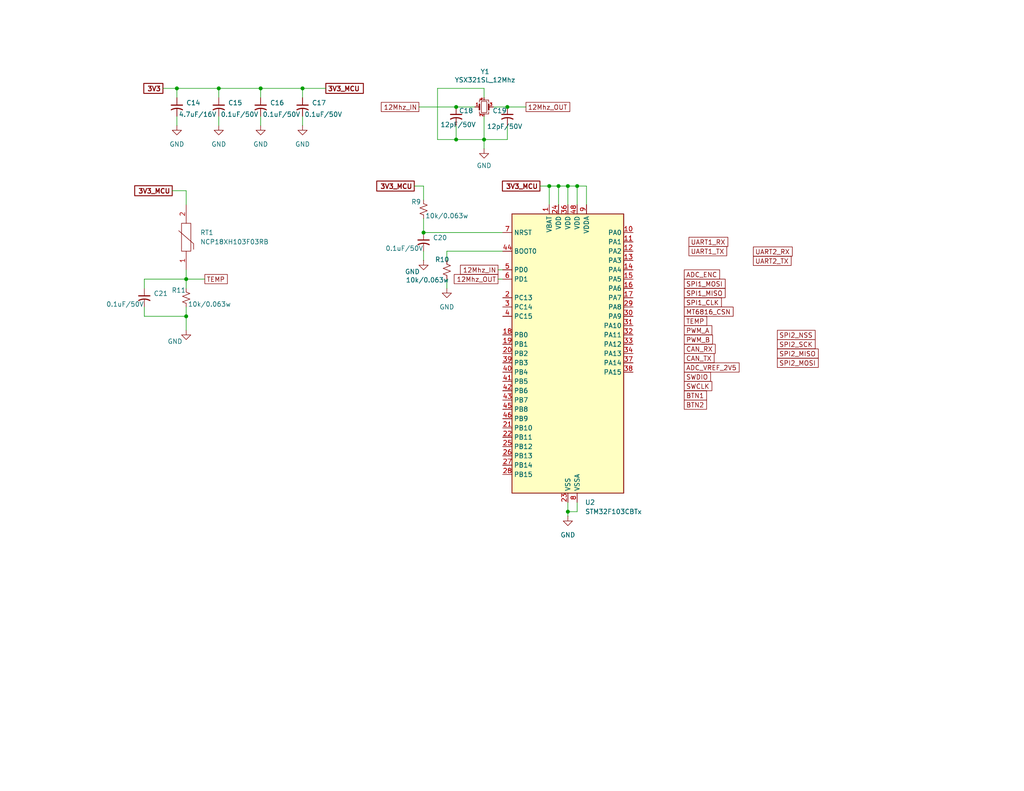
<source format=kicad_sch>
(kicad_sch (version 20250114) (generator "eeschema") (generator_version "9.0")
  (paper "A")
  (lib_symbols
    (symbol "Device:C_Small_US" (pin_numbers (hide yes)) (pin_names (offset 0.254) (hide yes))
      (property "Reference" "C" (at 0.254 1.778 0))
      (property "Value" "C_Small_US" (at 0.254 -2.032 0))
      (symbol "C_Small_US_0_1"
        (polyline (pts (xy -1.524 0.508) (xy 1.524 0.508)) (stroke (width 0.3048)))
        (arc (start -1.524 -0.762) (mid 0 -0.3734) (end 1.524 -0.762) (stroke (width 0.3048)))
      )
      (symbol "C_Small_US_1_1"
        (pin passive line (at 0 2.54 270) (length 2.032) (name "~") (number "1"))
        (pin passive line (at 0 -2.54 90) (length 2.032) (name "~") (number "2"))
      )
    )
    (symbol "Device:Crystal_GND24_Small" (pin_names (offset 1.016) (hide yes))
      (property "Reference" "Y" (at 1.27 4.445 0))
      (property "Value" "Crystal_GND24_Small" (at 1.27 2.54 0))
      (symbol "Crystal_GND24_Small_0_1"
        (polyline (pts (xy -1.27 1.27) (xy -1.27 1.905) (xy 1.27 1.905) (xy 1.27 1.27)))
        (polyline (pts (xy -1.27 -0.762) (xy -1.27 0.762)) (stroke (width 0.381)))
        (polyline (pts (xy -1.27 -1.27) (xy -1.27 -1.905) (xy 1.27 -1.905) (xy 1.27 -1.27)))
        (rectangle (start -0.762 -1.524) (end 0.762 1.524))
        (polyline (pts (xy 1.27 -0.762) (xy 1.27 0.762)) (stroke (width 0.381)))
      )
      (symbol "Crystal_GND24_Small_1_1"
        (pin passive line (at -2.54 0 0) (length 1.27) (name "1") (number "1"))
        (pin passive line (at 0 2.54 270) (length 0.635) (name "4") (number "4"))
        (pin passive line (at 0 -2.54 90) (length 0.635) (name "2") (number "2"))
        (pin passive line (at 2.54 0 180) (length 1.27) (name "3") (number "3"))
      )
    )
    (symbol "Device:R_Small_US" (pin_numbers (hide yes)) (pin_names (offset 0.254) (hide yes))
      (property "Reference" "R" (at 0.762 0.508 0))
      (property "Value" "R_Small_US" (at 0.762 -1.016 0))
      (symbol "R_Small_US_1_1"
        (polyline (pts (xy 0 1.524) (xy 1.016 1.143) (xy 0 0.762) (xy -1.016 0.381) (xy 0 0)))
        (polyline (pts (xy 0 0) (xy 1.016 -0.381) (xy 0 -0.762) (xy -1.016 -1.143) (xy 0 -1.524)))
        (pin passive line (at 0 2.54 270) (length 1.016) (name "~") (number "1"))
        (pin passive line (at 0 -2.54 90) (length 1.016) (name "~") (number "2"))
      )
    )
    (symbol "MCU_ST_STM32F1:STM32F103CBTx"
      (property "Reference" "U" (at -15.24 39.37 0))
      (property "Value" "STM32F103CBTx" (at 7.62 39.37 0))
      (symbol "STM32F103CBTx_0_1"
        (rectangle (start -15.24 -38.1) (end 15.24 38.1) (stroke (width 0.254)) (fill (type background)))
      )
      (symbol "STM32F103CBTx_1_1"
        (pin input line (at -17.78 33.02 0) (length 2.54) (name "NRST") (number "7"))
        (pin input line (at -17.78 27.94 0) (length 2.54) (name "BOOT0") (number "44"))
        (pin bidirectional line (at -17.78 22.86 0) (length 2.54) (name "PD0") (number "5"))
        (pin bidirectional line (at -17.78 20.32 0) (length 2.54) (name "PD1") (number "6"))
        (pin bidirectional line (at -17.78 15.24 0) (length 2.54) (name "PC13") (number "2"))
        (pin bidirectional line (at -17.78 12.7 0) (length 2.54) (name "PC14") (number "3"))
        (pin bidirectional line (at -17.78 10.16 0) (length 2.54) (name "PC15") (number "4"))
        (pin bidirectional line (at -17.78 5.08 0) (length 2.54) (name "PB0") (number "18"))
        (pin bidirectional line (at -17.78 2.54 0) (length 2.54) (name "PB1") (number "19"))
        (pin bidirectional line (at -17.78 0 0) (length 2.54) (name "PB2") (number "20"))
        (pin bidirectional line (at -17.78 -2.54 0) (length 2.54) (name "PB3") (number "39"))
        (pin bidirectional line (at -17.78 -5.08 0) (length 2.54) (name "PB4") (number "40"))
        (pin bidirectional line (at -17.78 -7.62 0) (length 2.54) (name "PB5") (number "41"))
        (pin bidirectional line (at -17.78 -10.16 0) (length 2.54) (name "PB6") (number "42"))
        (pin bidirectional line (at -17.78 -12.7 0) (length 2.54) (name "PB7") (number "43"))
        (pin bidirectional line (at -17.78 -15.24 0) (length 2.54) (name "PB8") (number "45"))
        (pin bidirectional line (at -17.78 -17.78 0) (length 2.54) (name "PB9") (number "46"))
        (pin bidirectional line (at -17.78 -20.32 0) (length 2.54) (name "PB10") (number "21"))
        (pin bidirectional line (at -17.78 -22.86 0) (length 2.54) (name "PB11") (number "22"))
        (pin bidirectional line (at -17.78 -25.4 0) (length 2.54) (name "PB12") (number "25"))
        (pin bidirectional line (at -17.78 -27.94 0) (length 2.54) (name "PB13") (number "26"))
        (pin bidirectional line (at -17.78 -30.48 0) (length 2.54) (name "PB14") (number "27"))
        (pin bidirectional line (at -17.78 -33.02 0) (length 2.54) (name "PB15") (number "28"))
        (pin power_in line (at -5.08 40.64 270) (length 2.54) (name "VBAT") (number "1"))
        (pin power_in line (at -2.54 40.64 270) (length 2.54) (name "VDD") (number "24"))
        (pin power_in line (at 0 40.64 270) (length 2.54) (name "VDD") (number "36"))
        (pin power_in line (at 0 -40.64 90) (length 2.54) (name "VSS") (number "23"))
        (pin passive line (at 0 -40.64 90) (length 2.54) (hide yes) (name "VSS") (number "35"))
        (pin passive line (at 0 -40.64 90) (length 2.54) (hide yes) (name "VSS") (number "47"))
        (pin power_in line (at 2.54 40.64 270) (length 2.54) (name "VDD") (number "48"))
        (pin power_in line (at 2.54 -40.64 90) (length 2.54) (name "VSSA") (number "8"))
        (pin power_in line (at 5.08 40.64 270) (length 2.54) (name "VDDA") (number "9"))
        (pin bidirectional line (at 17.78 33.02 180) (length 2.54) (name "PA0") (number "10"))
        (pin bidirectional line (at 17.78 30.48 180) (length 2.54) (name "PA1") (number "11"))
        (pin bidirectional line (at 17.78 27.94 180) (length 2.54) (name "PA2") (number "12"))
        (pin bidirectional line (at 17.78 25.4 180) (length 2.54) (name "PA3") (number "13"))
        (pin bidirectional line (at 17.78 22.86 180) (length 2.54) (name "PA4") (number "14"))
        (pin bidirectional line (at 17.78 20.32 180) (length 2.54) (name "PA5") (number "15"))
        (pin bidirectional line (at 17.78 17.78 180) (length 2.54) (name "PA6") (number "16"))
        (pin bidirectional line (at 17.78 15.24 180) (length 2.54) (name "PA7") (number "17"))
        (pin bidirectional line (at 17.78 12.7 180) (length 2.54) (name "PA8") (number "29"))
        (pin bidirectional line (at 17.78 10.16 180) (length 2.54) (name "PA9") (number "30"))
        (pin bidirectional line (at 17.78 7.62 180) (length 2.54) (name "PA10") (number "31"))
        (pin bidirectional line (at 17.78 5.08 180) (length 2.54) (name "PA11") (number "32"))
        (pin bidirectional line (at 17.78 2.54 180) (length 2.54) (name "PA12") (number "33"))
        (pin bidirectional line (at 17.78 0 180) (length 2.54) (name "PA13") (number "34"))
        (pin bidirectional line (at 17.78 -2.54 180) (length 2.54) (name "PA14") (number "37"))
        (pin bidirectional line (at 17.78 -5.08 180) (length 2.54) (name "PA15") (number "38"))
      )
    )
    (symbol "SamacSys_Parts:NCP18XH103F03RB" (pin_names (offset 0.762))
      (property "Reference" "RT" (at 13.97 6.35 0))
      (property "Value" "NCP18XH103F03RB" (at 13.97 3.81 0))
      (symbol "NCP18XH103F03RB_0_0"
        (pin passive line (at 0 0 0) (length 5.08) (name "~") (number "1"))
        (pin passive line (at 17.78 0 180) (length 5.08) (name "~") (number "2"))
      )
      (symbol "NCP18XH103F03RB_0_1"
        (polyline (pts (xy 5.08 1.27) (xy 12.7 1.27) (xy 12.7 -1.27) (xy 5.08 -1.27) (xy 5.08 1.27)) (stroke (width 0.1524)))
        (polyline (pts (xy 5.588 -2.032) (xy 7.112 -2.032) (xy 10.668 2.032)) (stroke (width 0.1524)))
      )
    )
    (symbol "power:GND" (power) (pin_numbers (hide yes)) (pin_names (offset 0) (hide yes))
      (property "Value" "GND" (at 0 -3.81 0))
      (symbol "GND_0_1"
        (polyline (pts (xy 0 0) (xy 0 -1.27) (xy 1.27 -1.27) (xy 0 -2.54) (xy -1.27 -1.27) (xy 0 -1.27)))
      )
      (symbol "GND_1_1"
        (pin power_in line (at 0 0 270) (length 0) (name "~") (number "1"))
      )
    )
  )
  (junction (at 71.12 24.13))
  (junction (at 138.43 29.21))
  (junction (at 149.86 50.8))
  (junction (at 152.4 50.8))
  (junction (at 154.94 50.8))
  (junction (at 115.57 63.5))
  (junction (at 157.48 50.8))
  (junction (at 50.8 86.36))
  (junction (at 59.69 24.13))
  (junction (at 154.94 139.7))
  (junction (at 132.08 38.1))
  (junction (at 124.46 29.21))
  (junction (at 124.46 38.1))
  (junction (at 48.26 24.13))
  (junction (at 82.55 24.13))
  (junction (at 50.8 76.2))
  (wire (pts (xy 157.48 139.7) (xy 154.94 139.7)))
  (wire (pts (xy 115.57 63.5) (xy 137.16 63.5)))
  (wire (pts (xy 71.12 31.75) (xy 71.12 34.29)))
  (wire (pts (xy 149.86 50.8) (xy 152.4 50.8)))
  (wire (pts (xy 82.55 24.13) (xy 88.9 24.13)))
  (wire (pts (xy 157.48 50.8) (xy 157.48 55.88)))
  (wire (pts (xy 39.37 86.36) (xy 50.8 86.36)))
  (wire (pts (xy 119.38 38.1) (xy 124.46 38.1)))
  (wire (pts (xy 138.43 34.29) (xy 138.43 38.1)))
  (wire (pts (xy 115.57 68.58) (xy 115.57 71.12)))
  (wire (pts (xy 115.57 59.69) (xy 115.57 63.5)))
  (wire (pts (xy 121.92 68.58) (xy 121.92 71.12)))
  (wire (pts (xy 160.02 50.8) (xy 160.02 55.88)))
  (wire (pts (xy 124.46 29.21) (xy 129.54 29.21)))
  (wire (pts (xy 50.8 73.66) (xy 50.8 76.2)))
  (wire (pts (xy 157.48 137.16) (xy 157.48 139.7)))
  (wire (pts (xy 39.37 83.82) (xy 39.37 86.36)))
  (wire (pts (xy 132.08 38.1) (xy 132.08 40.64)))
  (wire (pts (xy 71.12 24.13) (xy 71.12 26.67)))
  (wire (pts (xy 48.26 31.75) (xy 48.26 34.29)))
  (wire (pts (xy 152.4 50.8) (xy 152.4 55.88)))
  (wire (pts (xy 149.86 50.8) (xy 149.86 55.88)))
  (wire (pts (xy 154.94 50.8) (xy 157.48 50.8)))
  (wire (pts (xy 115.57 50.8) (xy 115.57 54.61)))
  (wire (pts (xy 39.37 78.74) (xy 39.37 76.2)))
  (wire (pts (xy 50.8 83.82) (xy 50.8 86.36)))
  (wire (pts (xy 124.46 38.1) (xy 132.08 38.1)))
  (wire (pts (xy 46.99 52.07) (xy 50.8 52.07)))
  (wire (pts (xy 135.89 76.2) (xy 137.16 76.2)))
  (wire (pts (xy 138.43 38.1) (xy 132.08 38.1)))
  (wire (pts (xy 157.48 50.8) (xy 160.02 50.8)))
  (wire (pts (xy 113.03 50.8) (xy 115.57 50.8)))
  (wire (pts (xy 124.46 34.29) (xy 124.46 38.1)))
  (wire (pts (xy 59.69 24.13) (xy 71.12 24.13)))
  (wire (pts (xy 59.69 31.75) (xy 59.69 34.29)))
  (wire (pts (xy 132.08 24.13) (xy 119.38 24.13)))
  (wire (pts (xy 114.3 29.21) (xy 124.46 29.21)))
  (wire (pts (xy 50.8 52.07) (xy 50.8 55.88)))
  (wire (pts (xy 154.94 50.8) (xy 154.94 55.88)))
  (wire (pts (xy 39.37 76.2) (xy 50.8 76.2)))
  (wire (pts (xy 134.62 29.21) (xy 138.43 29.21)))
  (wire (pts (xy 135.89 73.66) (xy 137.16 73.66)))
  (wire (pts (xy 44.45 24.13) (xy 48.26 24.13)))
  (wire (pts (xy 132.08 26.67) (xy 132.08 24.13)))
  (wire (pts (xy 50.8 76.2) (xy 50.8 78.74)))
  (wire (pts (xy 147.32 50.8) (xy 149.86 50.8)))
  (wire (pts (xy 154.94 137.16) (xy 154.94 139.7)))
  (wire (pts (xy 137.16 68.58) (xy 121.92 68.58)))
  (wire (pts (xy 132.08 31.75) (xy 132.08 38.1)))
  (wire (pts (xy 82.55 24.13) (xy 82.55 26.67)))
  (wire (pts (xy 82.55 31.75) (xy 82.55 34.29)))
  (wire (pts (xy 50.8 86.36) (xy 50.8 90.17)))
  (wire (pts (xy 152.4 50.8) (xy 154.94 50.8)))
  (wire (pts (xy 48.26 24.13) (xy 48.26 26.67)))
  (wire (pts (xy 48.26 24.13) (xy 59.69 24.13)))
  (wire (pts (xy 59.69 24.13) (xy 59.69 26.67)))
  (wire (pts (xy 154.94 139.7) (xy 154.94 140.97)))
  (wire (pts (xy 71.12 24.13) (xy 82.55 24.13)))
  (wire (pts (xy 50.8 76.2) (xy 55.88 76.2)))
  (wire (pts (xy 138.43 29.21) (xy 143.51 29.21)))
  (wire (pts (xy 121.92 76.2) (xy 121.92 78.74)))
  (wire (pts (xy 119.38 24.13) (xy 119.38 38.1)))
  (global_label "UART1_TX" (shape passive) (at 187.96 68.58 0) (property "Intersheetrefs" "${INTERSHEET_REFS}" (effects (hide yes))))
  (global_label "UART2_TX" (shape passive) (at 205.5354 71.2215 0) (property "Intersheetrefs" "${INTERSHEET_REFS}" (effects (hide yes))))
  (global_label "SWDIO" (shape passive) (at 186.69 102.87 0) (property "Intersheetrefs" "${INTERSHEET_REFS}" (effects (hide yes))))
  (global_label "MT6816_CSN" (shape passive) (at 186.69 85.09 0) (effects (font (thickness 0.1588))) (property "Intersheetrefs" "${INTERSHEET_REFS}" (effects (hide yes))))
  (global_label "SPI2_NSS" (shape passive) (at 212.09 91.44 0) (property "Intersheetrefs" "${INTERSHEET_REFS}" (effects (hide yes))))
  (global_label "12Mhz_IN" (shape passive) (at 114.3 29.21 180) (property "Intersheetrefs" "${INTERSHEET_REFS}" (effects (hide yes))))
  (global_label "SPI1_MOSI" (shape passive) (at 186.69 77.47 0) (effects (font (thickness 0.1588))) (property "Intersheetrefs" "${INTERSHEET_REFS}" (effects (hide yes))))
  (global_label "3V3" (shape passive) (at 44.45 24.13 180) (effects (font (thickness 0.254) (bold yes))) (property "Intersheetrefs" "${INTERSHEET_REFS}" (effects (hide yes))))
  (global_label "UART1_RX" (shape passive) (at 187.96 66.04 0) (property "Intersheetrefs" "${INTERSHEET_REFS}" (effects (hide yes))))
  (global_label "TEMP" (shape passive) (at 186.69 87.63 0) (property "Intersheetrefs" "${INTERSHEET_REFS}" (effects (hide yes))))
  (global_label "12Mhz_IN" (shape passive) (at 135.89 73.66 180) (property "Intersheetrefs" "${INTERSHEET_REFS}" (effects (hide yes))))
  (global_label "ADC_VREF_2V5" (shape passive) (at 186.69 100.33 0) (property "Intersheetrefs" "${INTERSHEET_REFS}" (effects (hide yes))))
  (global_label "SWCLK" (shape passive) (at 186.69 105.41 0) (property "Intersheetrefs" "${INTERSHEET_REFS}" (effects (hide yes))))
  (global_label "SPI1_CLK" (shape passive) (at 186.69 82.55 0) (effects (font (thickness 0.1588))) (property "Intersheetrefs" "${INTERSHEET_REFS}" (effects (hide yes))))
  (global_label "3V3_MCU" (shape passive) (at 113.03 50.8 180) (effects (font (thickness 0.254) (bold yes))) (property "Intersheetrefs" "${INTERSHEET_REFS}" (effects (hide yes))))
  (global_label "3V3_MCU" (shape passive) (at 147.32 50.8 180) (effects (font (thickness 0.254) (bold yes))) (property "Intersheetrefs" "${INTERSHEET_REFS}" (effects (hide yes))))
  (global_label "BTN1" (shape passive) (at 186.69 107.95 0) (property "Intersheetrefs" "${INTERSHEET_REFS}" (effects (hide yes))))
  (global_label "TEMP" (shape passive) (at 55.88 76.2 0) (property "Intersheetrefs" "${INTERSHEET_REFS}" (effects (hide yes))))
  (global_label "SPI2_SCK" (shape passive) (at 212.09 93.98 0) (property "Intersheetrefs" "${INTERSHEET_REFS}" (effects (hide yes))))
  (global_label "SPI1_MISO" (shape passive) (at 186.69 80.01 0) (effects (font (thickness 0.1588))) (property "Intersheetrefs" "${INTERSHEET_REFS}" (effects (hide yes))))
  (global_label "3V3_MCU" (shape passive) (at 46.99 52.07 180) (effects (font (thickness 0.254) (bold yes))) (property "Intersheetrefs" "${INTERSHEET_REFS}" (effects (hide yes))))
  (global_label "PWM_B" (shape passive) (at 186.69 92.71 0) (property "Intersheetrefs" "${INTERSHEET_REFS}" (effects (hide yes))))
  (global_label "CAN_RX" (shape passive) (at 186.69 95.25 0) (property "Intersheetrefs" "${INTERSHEET_REFS}" (effects (hide yes))))
  (global_label "CAN_TX" (shape passive) (at 186.69 97.79 0) (property "Intersheetrefs" "${INTERSHEET_REFS}" (effects (hide yes))))
  (global_label "SPI2_MISO" (shape passive) (at 212.09 96.52 0) (property "Intersheetrefs" "${INTERSHEET_REFS}" (effects (hide yes))))
  (global_label "3V3_MCU" (shape passive) (at 88.9 24.13 0) (effects (font (thickness 0.254) (bold yes))) (property "Intersheetrefs" "${INTERSHEET_REFS}" (effects (hide yes))))
  (global_label "12Mhz_OUT" (shape passive) (at 143.51 29.21 0) (property "Intersheetrefs" "${INTERSHEET_REFS}" (effects (hide yes))))
  (global_label "SPI2_MOSI" (shape passive) (at 212.09 99.06 0) (property "Intersheetrefs" "${INTERSHEET_REFS}" (effects (hide yes))))
  (global_label "UART2_RX" (shape passive) (at 205.5354 68.6815 0) (property "Intersheetrefs" "${INTERSHEET_REFS}" (effects (hide yes))))
  (global_label "BTN2" (shape passive) (at 186.69 110.49 0) (property "Intersheetrefs" "${INTERSHEET_REFS}" (effects (hide yes))))
  (global_label "12Mhz_OUT" (shape passive) (at 135.89 76.2 180) (property "Intersheetrefs" "${INTERSHEET_REFS}" (effects (hide yes))))
  (global_label "ADC_ENC" (shape passive) (at 186.69 74.93 0) (property "Intersheetrefs" "${INTERSHEET_REFS}" (effects (hide yes))))
  (global_label "PWM_A" (shape passive) (at 186.69 90.17 0) (property "Intersheetrefs" "${INTERSHEET_REFS}" (effects (hide yes))))
  (symbol (lib_id "Device:C_Small_US") (at 115.57 66.04 0) (unit 1)
    (property "Reference" "C20" (at 118.11 64.8969 0) (effects (justify left)))
    (property "Value" "0.1uF/50V" (at 105.156 67.818 0) (effects (justify left)))
    (property "Description" "capacitor, small US symbol" (effects (hide yes)))
  )
  (symbol (lib_id "Device:C_Small_US") (at 138.43 31.75 0) (unit 1)
    (property "Reference" "C19" (at 134.366 30.226 0) (effects (justify left)))
    (property "Value" "12pF/50V" (at 132.842 34.544 0) (effects (justify left)))
    (property "Description" "capacitor, small US symbol" (effects (hide yes)))
  )
  (symbol (lib_id "SamacSys_Parts:NCP18XH103F03RB") (at 50.8 73.66 90) (unit 1)
    (property "Reference" "RT1" (at 54.61 63.4999 90) (effects (justify right)))
    (property "Value" "NCP18XH103F03RB" (at 54.61 66.0399 90) (effects (justify right)))
    (property "Footprint" "THRMC1608X95N" (effects (hide yes)))
    (property "Datasheet" "https://componentsearchengine.com/Datasheets/2/NCP18XH103F03RB.pdf" (effects (hide yes)))
    (property "Description" "Thermistor NTC 10K Ohm 1% 2-Pin 0603 Surface Mount Solder Pad 3434K T/R" (effects (hide yes)))
    (property "Description_1" "Thermistor NTC 10K Ohm 1% 2-Pin 0603 Surface Mount Solder Pad 3434K T/R" (effects (hide yes)))
    (property "Height" "0.95" (effects (hide yes)))
    (property "Manufacturer_Name" "Murata Electronics" (effects (hide yes)))
    (property "Manufacturer_Part_Number" "NCP18XH103F03RB" (effects (hide yes)))
    (property "Mouser Part Number" "81-NCP18XH103F03RB" (effects (hide yes)))
    (property "Mouser Price/Stock" "https://www.mouser.co.uk/ProductDetail/Murata-Electronics/NCP18XH103F03RB?qs=k3rQb2PKXqkF9YvF09qsvw%3D%3D" (effects (hide yes)))
    (property "Arrow Part Number" "NCP18XH103F03RB" (effects (hide yes)))
    (property "Arrow Price/Stock" "https://www.arrow.com/en/products/ncp18xh103f03rb/murata-manufacturing?utm_currency=USD&region=europe" (effects (hide yes)))
  )
  (symbol (lib_id "power:GND") (at 154.94 140.97 0) (unit 1)
    (property "Reference" "#PWR025" (effects (hide yes)))
    (property "Value" "GND" (at 154.94 146.05 0))
    (property "Description" "Power symbol creates a global label with name \"GND\" , ground" (effects (hide yes)))
  )
  (symbol (lib_id "power:GND") (at 121.92 78.74 0) (unit 1)
    (property "Reference" "#PWR023" (effects (hide yes)))
    (property "Value" "GND" (at 121.92 83.82 0))
    (property "Description" "Power symbol creates a global label with name \"GND\" , ground" (effects (hide yes)))
  )
  (symbol (lib_id "Device:R_Small_US") (at 121.92 73.66 0) (unit 1)
    (property "Reference" "R10" (at 120.65 70.866 0))
    (property "Value" "10k/0.063w" (at 116.586 76.454 0))
    (property "Description" "Resistor, small US symbol" (effects (hide yes)))
  )
  (symbol (lib_id "Device:C_Small_US") (at 124.46 31.75 0) (unit 1)
    (property "Reference" "C18" (at 125.222 30.226 0) (effects (justify left)))
    (property "Value" "12pF/50V" (at 120.142 34.036 0) (effects (justify left)))
    (property "Description" "capacitor, small US symbol" (effects (hide yes)))
  )
  (symbol (lib_id "Device:C_Small_US") (at 71.12 29.21 0) (unit 1)
    (property "Reference" "C16" (at 73.66 28.0669 0) (effects (justify left)))
    (property "Value" "0.1uF/50V" (at 71.628 31.242 0) (effects (justify left)))
    (property "Description" "capacitor, small US symbol" (effects (hide yes)))
  )
  (symbol (lib_id "power:GND") (at 132.08 40.64 0) (unit 1)
    (property "Reference" "#PWR021" (effects (hide yes)))
    (property "Value" "GND" (at 132.08 45.212 0))
    (property "Description" "Power symbol creates a global label with name \"GND\" , ground" (effects (hide yes)))
  )
  (symbol (lib_id "power:GND") (at 82.55 34.29 0) (unit 1)
    (property "Reference" "#PWR020" (effects (hide yes)))
    (property "Value" "GND" (at 82.55 39.37 0))
    (property "Description" "Power symbol creates a global label with name \"GND\" , ground" (effects (hide yes)))
  )
  (symbol (lib_id "Device:R_Small_US") (at 50.8 81.28 180) (unit 1)
    (property "Reference" "R11" (at 48.768 79.248 0))
    (property "Value" "10k/0.063w" (at 57.15 83.058 0))
    (property "Description" "Resistor, small US symbol" (effects (hide yes)))
  )
  (symbol (lib_id "Device:R_Small_US") (at 115.57 57.15 180) (unit 1)
    (property "Reference" "R9" (at 113.538 55.118 0))
    (property "Value" "10k/0.063w" (at 121.92 58.928 0))
    (property "Description" "Resistor, small US symbol" (effects (hide yes)))
  )
  (symbol (lib_id "power:GND") (at 115.57 71.12 0) (unit 1)
    (property "Reference" "#PWR022" (effects (hide yes)))
    (property "Value" "GND" (at 112.522 74.168 0))
    (property "Description" "Power symbol creates a global label with name \"GND\" , ground" (effects (hide yes)))
  )
  (symbol (lib_id "power:GND") (at 50.8 90.17 0) (unit 1)
    (property "Reference" "#PWR024" (effects (hide yes)))
    (property "Value" "GND" (at 47.752 93.218 0))
    (property "Description" "Power symbol creates a global label with name \"GND\" , ground" (effects (hide yes)))
  )
  (symbol (lib_id "power:GND") (at 48.26 34.29 0) (unit 1)
    (property "Reference" "#PWR017" (effects (hide yes)))
    (property "Value" "GND" (at 48.26 39.37 0))
    (property "Description" "Power symbol creates a global label with name \"GND\" , ground" (effects (hide yes)))
  )
  (symbol (lib_id "MCU_ST_STM32F1:STM32F103CBTx") (at 154.94 96.52 0) (unit 1)
    (property "Reference" "U2" (at 159.6233 137.16 0) (effects (justify left)))
    (property "Value" "STM32F103CBTx" (at 159.6233 139.7 0) (effects (justify left)))
    (property "Footprint" "Package_QFP:LQFP-48_7x7mm_P0.5mm" (effects (hide yes)))
    (property "Datasheet" "https://www.st.com/resource/en/datasheet/stm32f103cb.pdf" (effects (hide yes)))
    (property "Description" "STMicroelectronics Arm Cortex-M3 MCU, 128KB flash, 20KB RAM, 72 MHz, 2.0-3.6V, 37 GPIO, LQFP48" (effects (hide yes)))
  )
  (symbol (lib_id "Device:Crystal_GND24_Small") (at 132.08 29.21 0) (unit 1)
    (property "Reference" "Y1" (at 132.334 19.558 0))
    (property "Value" "YSX321SL_12Mhz" (at 132.334 21.844 0))
    (property "Description" "Four pin crystal, GND on pins 2 and 4, small symbol" (effects (hide yes)))
  )
  (symbol (lib_id "Device:C_Small_US") (at 48.26 29.21 0) (unit 1)
    (property "Reference" "C14" (at 50.8 28.0669 0) (effects (justify left)))
    (property "Value" "4.7uF/16V" (at 48.768 31.242 0) (effects (justify left)))
    (property "Description" "capacitor, small US symbol" (effects (hide yes)))
  )
  (symbol (lib_id "Device:C_Small_US") (at 59.69 29.21 0) (unit 1)
    (property "Reference" "C15" (at 62.23 28.0669 0) (effects (justify left)))
    (property "Value" "0.1uF/50V" (at 60.198 31.242 0) (effects (justify left)))
    (property "Description" "capacitor, small US symbol" (effects (hide yes)))
  )
  (symbol (lib_id "Device:C_Small_US") (at 39.37 81.28 0) (unit 1)
    (property "Reference" "C21" (at 41.91 80.1369 0) (effects (justify left)))
    (property "Value" "0.1uF/50V" (at 28.956 83.058 0) (effects (justify left)))
    (property "Description" "capacitor, small US symbol" (effects (hide yes)))
  )
  (symbol (lib_id "Device:C_Small_US") (at 82.55 29.21 0) (unit 1)
    (property "Reference" "C17" (at 85.09 28.0669 0) (effects (justify left)))
    (property "Value" "0.1uF/50V" (at 83.058 31.242 0) (effects (justify left)))
    (property "Description" "capacitor, small US symbol" (effects (hide yes)))
  )
  (symbol (lib_id "power:GND") (at 59.69 34.29 0) (unit 1)
    (property "Reference" "#PWR018" (effects (hide yes)))
    (property "Value" "GND" (at 59.69 39.37 0))
    (property "Description" "Power symbol creates a global label with name \"GND\" , ground" (effects (hide yes)))
  )
  (symbol (lib_id "power:GND") (at 71.12 34.29 0) (unit 1)
    (property "Reference" "#PWR019" (effects (hide yes)))
    (property "Value" "GND" (at 71.12 39.37 0))
    (property "Description" "Power symbol creates a global label with name \"GND\" , ground" (effects (hide yes)))
  )
)
</source>
